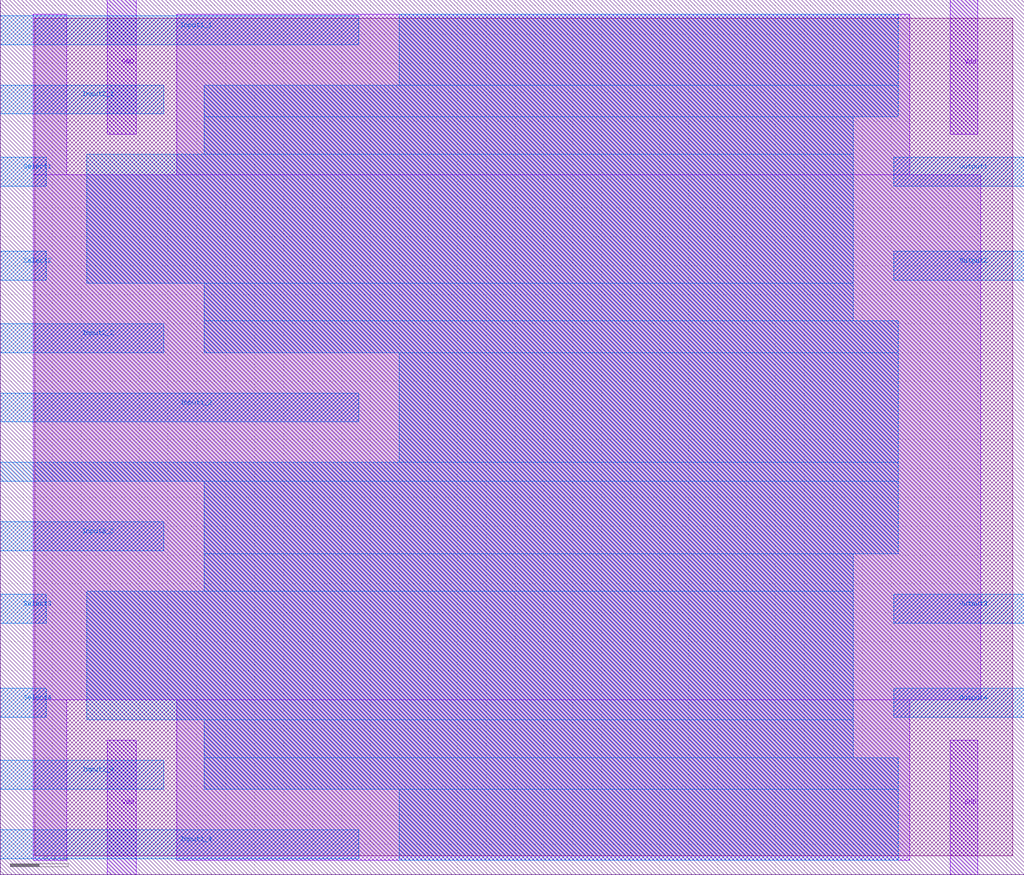
<source format=lef>
VERSION 5.7 ;
  NOWIREEXTENSIONATPIN ON ;
  DIVIDERCHAR "/" ;
  BUSBITCHARS "[]" ;
UNITS
  DATABASE MICRONS 200 ;
END UNITS

LAYER via2
  TYPE CUT ;
END via2

LAYER via
  TYPE CUT ;
END via

LAYER nwell
  TYPE MASTERSLICE ;
END nwell

LAYER via3
  TYPE CUT ;
END via3

LAYER pwell
  TYPE MASTERSLICE ;
END pwell

LAYER via4
  TYPE CUT ;
END via4

LAYER mcon
  TYPE CUT ;
END mcon

LAYER met6
  TYPE ROUTING ;
  WIDTH 0.030000 ;
  SPACING 0.040000 ;
  DIRECTION HORIZONTAL ;
END met6

LAYER met1
  TYPE ROUTING ;
  WIDTH 0.140000 ;
  SPACING 0.140000 ;
  DIRECTION HORIZONTAL ;
END met1

LAYER met3
  TYPE ROUTING ;
  WIDTH 0.300000 ;
  SPACING 0.300000 ;
  DIRECTION HORIZONTAL ;
END met3

LAYER met2
  TYPE ROUTING ;
  WIDTH 0.140000 ;
  SPACING 0.140000 ;
  DIRECTION HORIZONTAL ;
END met2

LAYER met4
  TYPE ROUTING ;
  WIDTH 0.300000 ;
  SPACING 0.300000 ;
  DIRECTION HORIZONTAL ;
END met4

LAYER met5
  TYPE ROUTING ;
  WIDTH 1.600000 ;
  SPACING 1.600000 ;
  DIRECTION HORIZONTAL ;
END met5

LAYER li1
  TYPE ROUTING ;
  WIDTH 0.170000 ;
  SPACING 0.170000 ;
  DIRECTION HORIZONTAL ;
END li1

MACRO sky130_hilas_Tgate4Double01
  CLASS BLOCK ;
  FOREIGN sky130_hilas_Tgate4Double01 ;
  ORIGIN 0.360 1.410 ;
  SIZE 7.080 BY 6.050 ;
  PIN GND
    USE GROUND ;
    PORT
      LAYER met1 ;
        RECT 0.380 3.710 0.580 4.640 ;
    END
    PORT
      LAYER met1 ;
        RECT 6.210 -1.410 6.400 -0.480 ;
    END
  END GND
  PIN Input1_1
    PORT
      LAYER met2 ;
        RECT -0.360 4.330 2.120 4.530 ;
    END
  END Input1_1
  PIN Input2_1
    PORT
      LAYER met2 ;
        RECT -0.360 3.850 0.770 4.050 ;
    END
  END Input2_1
  PIN Select1
    PORT
      LAYER met2 ;
        RECT -0.360 3.350 -0.040 3.550 ;
    END
  END Select1
  PIN Select2
    PORT
      LAYER met2 ;
        RECT -0.360 2.700 -0.040 2.900 ;
    END
  END Select2
  PIN Input2_2
    PORT
      LAYER met2 ;
        RECT -0.360 2.200 0.770 2.400 ;
    END
  END Input2_2
  PIN Input1_2
    PORT
      LAYER met2 ;
        RECT -0.360 1.720 2.120 1.920 ;
    END
  END Input1_2
  PIN Select3
    PORT
      LAYER met2 ;
        RECT -0.360 0.330 -0.040 0.530 ;
    END
  END Select3
  PIN Input2_3
    PORT
      LAYER met2 ;
        RECT -0.360 0.830 0.770 1.030 ;
    END
  END Input2_3
  PIN Select4
    PORT
      LAYER met2 ;
        RECT -0.360 -0.320 -0.040 -0.120 ;
    END
  END Select4
  PIN Input2_4
    PORT
      LAYER met2 ;
        RECT -0.360 -0.820 0.770 -0.620 ;
    END
  END Input2_4
  PIN Input1_4
    PORT
      LAYER met2 ;
        RECT -0.360 -1.300 2.120 -1.100 ;
    END
  END Input1_4
  PIN Vdd
    PORT
      LAYER met1 ;
        RECT 6.210 3.710 6.400 4.640 ;
    END
    PORT
      LAYER met1 ;
        RECT 0.380 -1.410 0.580 -0.480 ;
    END
  END Vdd
  PIN Output4
    PORT
      LAYER met2 ;
        RECT 5.820 -0.320 6.720 -0.120 ;
    END
  END Output4
  PIN Output3
    PORT
      LAYER met2 ;
        RECT 5.820 0.330 6.720 0.530 ;
    END
  END Output3
  PIN Output2
    PORT
      LAYER met2 ;
        RECT 5.820 2.700 6.720 2.900 ;
    END
  END Output2
  PIN Output1
    PORT
      LAYER met2 ;
        RECT 5.820 3.350 6.720 3.550 ;
    END
  END Output1
  OBS
      LAYER li1 ;
        RECT -0.120 -1.280 6.640 4.510 ;
      LAYER met1 ;
        RECT -0.130 3.430 0.100 4.540 ;
        RECT 0.860 3.430 5.930 4.540 ;
        RECT -0.130 -0.200 6.420 3.430 ;
        RECT -0.130 -1.310 0.100 -0.200 ;
        RECT 0.860 -1.310 5.930 -0.200 ;
      LAYER met2 ;
        RECT 2.400 4.050 5.850 4.540 ;
        RECT 1.050 3.830 5.850 4.050 ;
        RECT 1.050 3.570 5.540 3.830 ;
        RECT 0.240 2.680 5.540 3.570 ;
        RECT 1.050 2.420 5.540 2.680 ;
        RECT 1.050 2.200 5.850 2.420 ;
        RECT 2.400 1.440 5.850 2.200 ;
        RECT -0.360 1.310 5.850 1.440 ;
        RECT 1.050 0.810 5.850 1.310 ;
        RECT 1.050 0.550 5.540 0.810 ;
        RECT 0.240 -0.340 5.540 0.550 ;
        RECT 1.050 -0.600 5.540 -0.340 ;
        RECT 1.050 -0.820 5.850 -0.600 ;
        RECT 2.400 -1.310 5.850 -0.820 ;
  END
END sky130_hilas_Tgate4Double01
END LIBRARY


</source>
